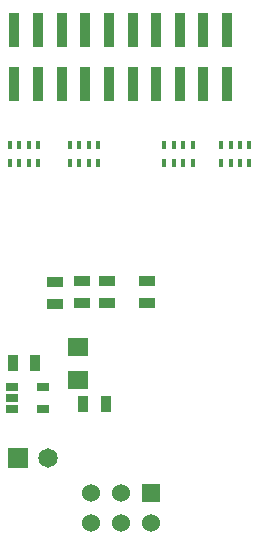
<source format=gts>
G04 #@! TF.GenerationSoftware,KiCad,Pcbnew,(5.1.5)-3*
G04 #@! TF.CreationDate,2021-08-10T21:54:11+02:00*
G04 #@! TF.ProjectId,eam,65616d2e-6b69-4636-9164-5f7063625858,0429 -*
G04 #@! TF.SameCoordinates,Original*
G04 #@! TF.FileFunction,Soldermask,Top*
G04 #@! TF.FilePolarity,Negative*
%FSLAX46Y46*%
G04 Gerber Fmt 4.6, Leading zero omitted, Abs format (unit mm)*
G04 Created by KiCad (PCBNEW (5.1.5)-3) date 2021-08-10 21:54:11*
%MOMM*%
%LPD*%
G04 APERTURE LIST*
%ADD10R,0.889000X1.397000*%
%ADD11R,1.397000X0.889000*%
%ADD12R,1.803400X1.600200*%
%ADD13R,1.651000X1.651000*%
%ADD14C,1.651000*%
%ADD15R,1.524000X1.524000*%
%ADD16C,1.524000*%
%ADD17R,0.431800X0.762000*%
%ADD18R,1.000000X0.660000*%
%ADD19R,0.890000X2.900000*%
G04 APERTURE END LIST*
D10*
X103147500Y-133900000D03*
X105052500Y-133900000D03*
D11*
X114500000Y-126947500D03*
X114500000Y-128852500D03*
X106700000Y-128952500D03*
X106700000Y-127047500D03*
D12*
X108700000Y-135397000D03*
X108700000Y-132603000D03*
D13*
X103630000Y-142000000D03*
D14*
X106170000Y-142000000D03*
D15*
X114840000Y-144930000D03*
D16*
X114840000Y-147470000D03*
X112300000Y-144930000D03*
X112300000Y-147470000D03*
X109760000Y-144930000D03*
X109760000Y-147470000D03*
D17*
X108001120Y-115438000D03*
X110398880Y-115438000D03*
X110398880Y-116962000D03*
X108001120Y-116962000D03*
X109598780Y-115438000D03*
X109598780Y-116962000D03*
X108801220Y-115438000D03*
X108801220Y-116962000D03*
X102901120Y-115438000D03*
X105298880Y-115438000D03*
X105298880Y-116962000D03*
X102901120Y-116962000D03*
X104498780Y-115438000D03*
X104498780Y-116962000D03*
X103701220Y-115438000D03*
X103701220Y-116962000D03*
X121601220Y-116962000D03*
X121601220Y-115438000D03*
X122398780Y-116962000D03*
X122398780Y-115438000D03*
X120801120Y-116962000D03*
X123198880Y-116962000D03*
X123198880Y-115438000D03*
X120801120Y-115438000D03*
X116801220Y-116962000D03*
X116801220Y-115438000D03*
X117598780Y-116962000D03*
X117598780Y-115438000D03*
X116001120Y-116962000D03*
X118398880Y-116962000D03*
X118398880Y-115438000D03*
X116001120Y-115438000D03*
D11*
X111100000Y-126947500D03*
X111100000Y-128852500D03*
D10*
X111052500Y-137400000D03*
X109147500Y-137400000D03*
D11*
X109000000Y-126947500D03*
X109000000Y-128852500D03*
D18*
X103100000Y-137850000D03*
X103100000Y-135950000D03*
X105700000Y-135950000D03*
X105700000Y-137850000D03*
X103100000Y-136900000D03*
D19*
X121300000Y-105700000D03*
X121300000Y-110300000D03*
X119300000Y-105700000D03*
X119300000Y-110300000D03*
X117300000Y-105700000D03*
X117300000Y-110300000D03*
X115300000Y-105700000D03*
X115300000Y-110300000D03*
X113300000Y-105700000D03*
X113300000Y-110300000D03*
X103300000Y-110300000D03*
X103300000Y-105700000D03*
X105300000Y-110300000D03*
X105300000Y-105700000D03*
X107300000Y-110300000D03*
X107300000Y-105700000D03*
X109300000Y-110300000D03*
X109300000Y-105700000D03*
X111300000Y-110300000D03*
X111300000Y-105700000D03*
M02*

</source>
